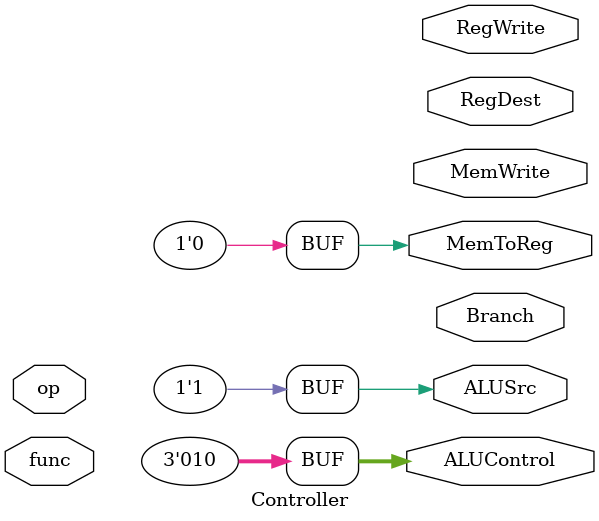
<source format=v>
module Controller
(input [6:0] op, //or 5:0 ??
input [5:0] func,
output MemToReg,
output MemWrite,
output Branch,
output [2:0] ALUControl,
output ALUSrc,
output RegDest,
output RegWrite
);

	//hardcode some test values
	assign ALUControl = 3'b010; //' //for lw instruction
	assign ALUSrc = 1; // get ALU soure B from sign extender
	assign MemToReg = 0; //skip data mem, i.e. this is lw or sw OP


endmodule
</source>
